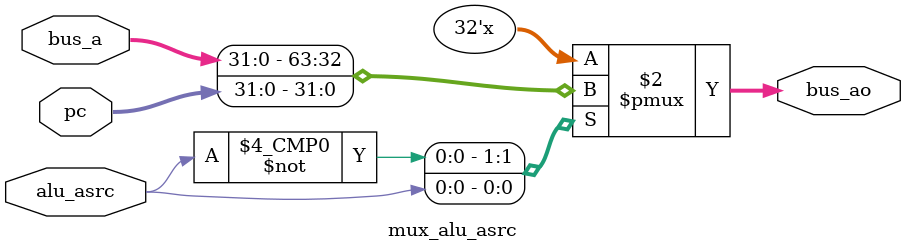
<source format=v>
`timescale 1ns / 1ps

module mux_alu_asrc(
    input           alu_asrc,
    input [31:0]    bus_a,
    input [31:0]    pc,

    output reg[31:0]    bus_ao
    );
    
    always @ (*) begin 
    
        case(alu_asrc)
            1'b0 : begin   
                bus_ao <= bus_a;
            end
            
            1'b1 : begin   
                bus_ao <= pc;
            end
            
        endcase
        
    end
    
endmodule

</source>
